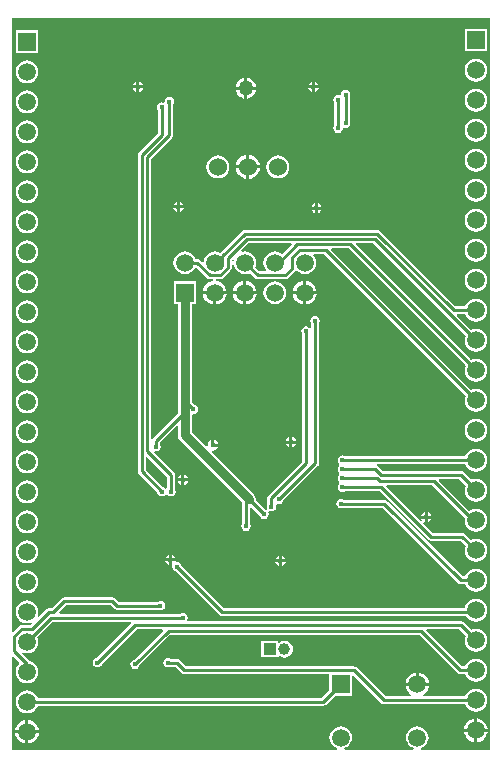
<source format=gbl>
G04*
G04 #@! TF.GenerationSoftware,Altium Limited,Altium Designer,18.0.12 (696)*
G04*
G04 Layer_Physical_Order=2*
G04 Layer_Color=16711680*
%FSLAX25Y25*%
%MOIN*%
G70*
G01*
G75*
%ADD12C,0.01000*%
%ADD45C,0.03000*%
%ADD46C,0.05906*%
%ADD47R,0.05906X0.05906*%
%ADD48C,0.06000*%
%ADD49C,0.03937*%
%ADD50R,0.03937X0.03937*%
%ADD51R,0.05906X0.05906*%
%ADD52C,0.01500*%
%ADD53C,0.05000*%
G36*
X306000Y118000D02*
X282977D01*
X282877Y118500D01*
X283537Y118773D01*
X284321Y119375D01*
X284922Y120159D01*
X285300Y121072D01*
X285429Y122051D01*
X285300Y123031D01*
X284922Y123944D01*
X284321Y124728D01*
X283537Y125329D01*
X282624Y125707D01*
X281644Y125836D01*
X280664Y125707D01*
X279751Y125329D01*
X278968Y124728D01*
X278366Y123944D01*
X277988Y123031D01*
X277859Y122051D01*
X277988Y121072D01*
X278366Y120159D01*
X278968Y119375D01*
X279751Y118773D01*
X280411Y118500D01*
X280311Y118000D01*
X257386D01*
X257287Y118500D01*
X257946Y118773D01*
X258730Y119375D01*
X259332Y120159D01*
X259710Y121072D01*
X259839Y122051D01*
X259710Y123031D01*
X259332Y123944D01*
X258730Y124728D01*
X257946Y125329D01*
X257033Y125707D01*
X256053Y125836D01*
X255074Y125707D01*
X254161Y125329D01*
X253377Y124728D01*
X252776Y123944D01*
X252397Y123031D01*
X252268Y122051D01*
X252397Y121072D01*
X252776Y120159D01*
X253377Y119375D01*
X254161Y118773D01*
X254820Y118500D01*
X254721Y118000D01*
X146500D01*
Y148972D01*
X146962Y149164D01*
X148909Y147216D01*
X148877Y146717D01*
X148823Y146677D01*
X148222Y145893D01*
X147844Y144980D01*
X147715Y144000D01*
X147844Y143020D01*
X148222Y142107D01*
X148823Y141323D01*
X149607Y140722D01*
X150520Y140344D01*
X151500Y140215D01*
X152480Y140344D01*
X153393Y140722D01*
X154176Y141323D01*
X154778Y142107D01*
X155156Y143020D01*
X155285Y144000D01*
X155156Y144980D01*
X154778Y145893D01*
X154176Y146677D01*
X153393Y147278D01*
X152480Y147656D01*
X152179Y147696D01*
X149755Y150120D01*
X150038Y150544D01*
X150520Y150344D01*
X151500Y150215D01*
X152480Y150344D01*
X153393Y150722D01*
X154176Y151323D01*
X154778Y152107D01*
X155156Y153020D01*
X155285Y154000D01*
X155156Y154980D01*
X154921Y155547D01*
X160049Y160675D01*
X186057D01*
X186264Y160175D01*
X174597Y148507D01*
X174359Y148460D01*
X173846Y148117D01*
X173504Y147605D01*
X173383Y147000D01*
X173504Y146395D01*
X173846Y145882D01*
X174359Y145540D01*
X174964Y145420D01*
X175568Y145540D01*
X176081Y145882D01*
X176424Y146395D01*
X176471Y146633D01*
X188013Y158175D01*
X196647D01*
X196838Y157713D01*
X187133Y148007D01*
X186895Y147960D01*
X186382Y147617D01*
X186040Y147105D01*
X185920Y146500D01*
X186040Y145895D01*
X186382Y145382D01*
X186895Y145040D01*
X187500Y144920D01*
X188105Y145040D01*
X188618Y145382D01*
X188960Y145895D01*
X189007Y146133D01*
X199249Y156375D01*
X282251D01*
X295049Y143577D01*
X295479Y143290D01*
X295986Y143189D01*
X297643D01*
X297878Y142622D01*
X298479Y141838D01*
X299263Y141236D01*
X300176Y140858D01*
X301156Y140729D01*
X302136Y140858D01*
X303048Y141236D01*
X303832Y141838D01*
X304434Y142622D01*
X304812Y143535D01*
X304941Y144514D01*
X304812Y145494D01*
X304434Y146407D01*
X303832Y147191D01*
X303048Y147792D01*
X302136Y148170D01*
X301156Y148299D01*
X300176Y148170D01*
X299263Y147792D01*
X298479Y147191D01*
X297878Y146407D01*
X297643Y145840D01*
X296535D01*
X284662Y157713D01*
X284853Y158175D01*
X295621D01*
X297735Y156061D01*
X297500Y155494D01*
X297371Y154514D01*
X297500Y153534D01*
X297878Y152622D01*
X298479Y151838D01*
X299263Y151236D01*
X300176Y150858D01*
X301156Y150729D01*
X302136Y150858D01*
X303048Y151236D01*
X303832Y151838D01*
X304434Y152622D01*
X304812Y153534D01*
X304941Y154514D01*
X304812Y155494D01*
X304434Y156407D01*
X303832Y157191D01*
X303048Y157792D01*
X302136Y158170D01*
X301156Y158299D01*
X300176Y158170D01*
X299609Y157935D01*
X297107Y160437D01*
X296677Y160725D01*
X296170Y160826D01*
X205181D01*
X204913Y161326D01*
X204960Y161395D01*
X205080Y162000D01*
X204960Y162605D01*
X204618Y163118D01*
X204105Y163460D01*
X203500Y163580D01*
X202895Y163460D01*
X202694Y163326D01*
X162353D01*
X162162Y163787D01*
X164549Y166174D01*
X179451D01*
X180563Y165063D01*
X180993Y164775D01*
X181500Y164674D01*
X195194D01*
X195395Y164540D01*
X196000Y164420D01*
X196605Y164540D01*
X197117Y164883D01*
X197460Y165395D01*
X197580Y166000D01*
X197460Y166605D01*
X197117Y167118D01*
X196605Y167460D01*
X196000Y167580D01*
X195395Y167460D01*
X195194Y167325D01*
X182049D01*
X180937Y168437D01*
X180507Y168725D01*
X180000Y168825D01*
X164000D01*
X163493Y168725D01*
X163063Y168437D01*
X159751Y165126D01*
X158754D01*
X158247Y165025D01*
X157817Y164737D01*
X155412Y162332D01*
X154989Y162616D01*
X155156Y163020D01*
X155285Y164000D01*
X155156Y164980D01*
X154778Y165893D01*
X154176Y166676D01*
X153393Y167278D01*
X152480Y167656D01*
X151500Y167785D01*
X150520Y167656D01*
X149607Y167278D01*
X148823Y166676D01*
X148222Y165893D01*
X147844Y164980D01*
X147715Y164000D01*
X147844Y163020D01*
X148222Y162107D01*
X148823Y161323D01*
X149607Y160722D01*
X150520Y160344D01*
X151500Y160215D01*
X152480Y160344D01*
X152884Y160511D01*
X153167Y160088D01*
X152658Y159578D01*
X149738D01*
X149231Y159477D01*
X148801Y159190D01*
X146962Y157351D01*
X146500Y157542D01*
Y362000D01*
X306000D01*
Y118000D01*
D02*
G37*
%LPC*%
G36*
X304909Y358267D02*
X297403D01*
Y350761D01*
X304909D01*
Y358267D01*
D02*
G37*
G36*
X155253Y357753D02*
X147747D01*
Y350247D01*
X155253D01*
Y357753D01*
D02*
G37*
G36*
X301156Y348299D02*
X300176Y348170D01*
X299263Y347792D01*
X298479Y347191D01*
X297878Y346407D01*
X297500Y345494D01*
X297371Y344514D01*
X297500Y343534D01*
X297878Y342622D01*
X298479Y341838D01*
X299263Y341236D01*
X300176Y340858D01*
X301156Y340729D01*
X302136Y340858D01*
X303048Y341236D01*
X303832Y341838D01*
X304434Y342622D01*
X304812Y343534D01*
X304941Y344514D01*
X304812Y345494D01*
X304434Y346407D01*
X303832Y347191D01*
X303048Y347792D01*
X302136Y348170D01*
X301156Y348299D01*
D02*
G37*
G36*
X151500Y347785D02*
X150520Y347656D01*
X149607Y347278D01*
X148823Y346676D01*
X148222Y345893D01*
X147844Y344980D01*
X147715Y344000D01*
X147844Y343020D01*
X148222Y342107D01*
X148823Y341323D01*
X149607Y340722D01*
X150520Y340344D01*
X151500Y340215D01*
X152480Y340344D01*
X153393Y340722D01*
X154176Y341323D01*
X154778Y342107D01*
X155156Y343020D01*
X155285Y344000D01*
X155156Y344980D01*
X154778Y345893D01*
X154176Y346676D01*
X153393Y347278D01*
X152480Y347656D01*
X151500Y347785D01*
D02*
G37*
G36*
X247500Y340685D02*
Y339500D01*
X248685D01*
X248649Y339683D01*
X248262Y340262D01*
X247683Y340649D01*
X247500Y340685D01*
D02*
G37*
G36*
X246500D02*
X246317Y340649D01*
X245738Y340262D01*
X245352Y339683D01*
X245315Y339500D01*
X246500D01*
Y340685D01*
D02*
G37*
G36*
X189000D02*
Y339500D01*
X190185D01*
X190148Y339683D01*
X189762Y340262D01*
X189183Y340649D01*
X189000Y340685D01*
D02*
G37*
G36*
X188000D02*
X187817Y340649D01*
X187238Y340262D01*
X186852Y339683D01*
X186815Y339500D01*
X188000D01*
Y340685D01*
D02*
G37*
G36*
X225000Y341964D02*
Y339000D01*
X227964D01*
X227910Y339414D01*
X227557Y340265D01*
X226996Y340996D01*
X226265Y341557D01*
X225414Y341910D01*
X225000Y341964D01*
D02*
G37*
G36*
X224000D02*
X223586Y341910D01*
X222735Y341557D01*
X222004Y340996D01*
X221443Y340265D01*
X221090Y339414D01*
X221036Y339000D01*
X224000D01*
Y341964D01*
D02*
G37*
G36*
X248685Y338500D02*
X247500D01*
Y337315D01*
X247683Y337351D01*
X248262Y337738D01*
X248649Y338317D01*
X248685Y338500D01*
D02*
G37*
G36*
X246500D02*
X245315D01*
X245352Y338317D01*
X245738Y337738D01*
X246317Y337351D01*
X246500Y337315D01*
Y338500D01*
D02*
G37*
G36*
X190185D02*
X189000D01*
Y337315D01*
X189183Y337351D01*
X189762Y337738D01*
X190148Y338317D01*
X190185Y338500D01*
D02*
G37*
G36*
X188000D02*
X186815D01*
X186852Y338317D01*
X187238Y337738D01*
X187817Y337351D01*
X188000Y337315D01*
Y338500D01*
D02*
G37*
G36*
X257715Y337865D02*
X257110Y337745D01*
X256597Y337403D01*
X256255Y336890D01*
X256167Y336446D01*
X255868Y336203D01*
X255654Y336137D01*
X255156Y336236D01*
X254551Y336116D01*
X254038Y335773D01*
X253696Y335261D01*
X253575Y334656D01*
X253696Y334051D01*
X253830Y333850D01*
Y325962D01*
X253696Y325761D01*
X253575Y325156D01*
X253696Y324551D01*
X254038Y324038D01*
X254551Y323696D01*
X255156Y323575D01*
X255761Y323696D01*
X256273Y324038D01*
X256616Y324551D01*
X256704Y324995D01*
X257003Y325238D01*
X257217Y325304D01*
X257715Y325205D01*
X258320Y325325D01*
X258833Y325668D01*
X259175Y326180D01*
X259295Y326785D01*
X259175Y327390D01*
X259040Y327591D01*
Y335479D01*
X259175Y335680D01*
X259295Y336285D01*
X259175Y336890D01*
X258833Y337403D01*
X258320Y337745D01*
X257715Y337865D01*
D02*
G37*
G36*
X227964Y338000D02*
X225000D01*
Y335036D01*
X225414Y335090D01*
X226265Y335443D01*
X226996Y336004D01*
X227557Y336735D01*
X227910Y337586D01*
X227964Y338000D01*
D02*
G37*
G36*
X224000D02*
X221036D01*
X221090Y337586D01*
X221443Y336735D01*
X222004Y336004D01*
X222735Y335443D01*
X223586Y335090D01*
X224000Y335036D01*
Y338000D01*
D02*
G37*
G36*
X199000Y335580D02*
X198395Y335460D01*
X197882Y335118D01*
X197540Y334605D01*
X197420Y334000D01*
X197442Y333886D01*
X196992Y333585D01*
X196954Y333611D01*
X196349Y333732D01*
X195744Y333611D01*
X195231Y333269D01*
X194889Y332756D01*
X194769Y332151D01*
X194889Y331546D01*
X195023Y331345D01*
Y323443D01*
X188763Y317183D01*
X188475Y316753D01*
X188374Y316246D01*
Y210800D01*
X188475Y210293D01*
X188763Y209863D01*
X194993Y203633D01*
X195040Y203395D01*
X195382Y202883D01*
X195895Y202540D01*
X196500Y202420D01*
X197105Y202540D01*
X197617Y202883D01*
X197699Y203005D01*
X198301D01*
X198382Y202883D01*
X198895Y202540D01*
X199500Y202420D01*
X200105Y202540D01*
X200618Y202883D01*
X200960Y203395D01*
X201080Y204000D01*
X200960Y204605D01*
X200826Y204806D01*
Y209500D01*
X200725Y210007D01*
X200437Y210437D01*
X193832Y217043D01*
X194078Y217504D01*
X194500Y217420D01*
X195105Y217540D01*
X195617Y217882D01*
X195960Y218395D01*
X196080Y219000D01*
X195960Y219605D01*
X195826Y219806D01*
Y220451D01*
X201299Y225925D01*
X201761Y225733D01*
Y222894D01*
X201940Y221996D01*
X202448Y221235D01*
X223176Y200507D01*
X223175Y200500D01*
Y193306D01*
X223040Y193105D01*
X222920Y192500D01*
X223040Y191895D01*
X223382Y191383D01*
X223895Y191040D01*
X224500Y190920D01*
X225105Y191040D01*
X225618Y191383D01*
X225960Y191895D01*
X226080Y192500D01*
X225960Y193105D01*
X225826Y193306D01*
Y198593D01*
X226325Y198800D01*
X228993Y196133D01*
X229040Y195895D01*
X229382Y195382D01*
X229895Y195040D01*
X230500Y194920D01*
X231105Y195040D01*
X231617Y195382D01*
X231960Y195895D01*
X232080Y196500D01*
X231960Y197105D01*
X231810Y197330D01*
X232170Y197690D01*
X232395Y197540D01*
X233000Y197420D01*
X233605Y197540D01*
X234118Y197882D01*
X234460Y198395D01*
X234580Y199000D01*
X234460Y199605D01*
X234762Y200053D01*
X234825Y200086D01*
X234895Y200040D01*
X235500Y199920D01*
X236105Y200040D01*
X236617Y200382D01*
X236960Y200895D01*
X237007Y201133D01*
X248437Y212563D01*
X248725Y212993D01*
X248826Y213500D01*
Y260194D01*
X248960Y260395D01*
X249080Y261000D01*
X248960Y261605D01*
X248618Y262118D01*
X248105Y262460D01*
X247500Y262580D01*
X246895Y262460D01*
X246382Y262118D01*
X246040Y261605D01*
X245920Y261000D01*
X246040Y260395D01*
X246175Y260194D01*
Y258684D01*
X245674Y258532D01*
X245618Y258617D01*
X245105Y258960D01*
X244500Y259080D01*
X243895Y258960D01*
X243383Y258617D01*
X243040Y258105D01*
X242920Y257500D01*
X243040Y256895D01*
X243175Y256694D01*
Y214049D01*
X232063Y202937D01*
X231775Y202507D01*
X231675Y202000D01*
Y199806D01*
X231540Y199605D01*
X231420Y199000D01*
X231540Y198395D01*
X231690Y198170D01*
X231330Y197810D01*
X231105Y197960D01*
X230867Y198007D01*
X227767Y201108D01*
X227845Y201500D01*
X227667Y202397D01*
X227158Y203158D01*
X213014Y217303D01*
X213260Y217763D01*
X213500Y217716D01*
X214183Y217851D01*
X214762Y218238D01*
X215148Y218817D01*
X215185Y219000D01*
X213500D01*
Y219500D01*
X213000D01*
Y221185D01*
X212817Y221148D01*
X212238Y220762D01*
X211852Y220183D01*
X211716Y219500D01*
X211763Y219260D01*
X211303Y219014D01*
X206451Y223865D01*
Y229635D01*
X206838Y229952D01*
X207000Y229920D01*
X207605Y230040D01*
X208118Y230382D01*
X208460Y230895D01*
X208580Y231500D01*
X208460Y232105D01*
X208118Y232617D01*
X207605Y232960D01*
X207367Y233007D01*
X206451Y233923D01*
Y234394D01*
Y266594D01*
X207859D01*
Y274099D01*
X200354D01*
Y266594D01*
X201761D01*
Y234394D01*
Y230136D01*
X193563Y221937D01*
X193325Y221582D01*
X193006Y221602D01*
X192825Y221665D01*
Y314951D01*
X199937Y322063D01*
X200225Y322493D01*
X200325Y323000D01*
Y333194D01*
X200460Y333395D01*
X200580Y334000D01*
X200460Y334605D01*
X200117Y335118D01*
X199605Y335460D01*
X199000Y335580D01*
D02*
G37*
G36*
X301156Y338299D02*
X300176Y338170D01*
X299263Y337792D01*
X298479Y337191D01*
X297878Y336407D01*
X297500Y335494D01*
X297371Y334514D01*
X297500Y333535D01*
X297878Y332622D01*
X298479Y331838D01*
X299263Y331236D01*
X300176Y330858D01*
X301156Y330729D01*
X302136Y330858D01*
X303048Y331236D01*
X303832Y331838D01*
X304434Y332622D01*
X304812Y333535D01*
X304941Y334514D01*
X304812Y335494D01*
X304434Y336407D01*
X303832Y337191D01*
X303048Y337792D01*
X302136Y338170D01*
X301156Y338299D01*
D02*
G37*
G36*
X151500Y337785D02*
X150520Y337656D01*
X149607Y337278D01*
X148823Y336677D01*
X148222Y335893D01*
X147844Y334980D01*
X147715Y334000D01*
X147844Y333020D01*
X148222Y332107D01*
X148823Y331324D01*
X149607Y330722D01*
X150520Y330344D01*
X151500Y330215D01*
X152480Y330344D01*
X153393Y330722D01*
X154176Y331324D01*
X154778Y332107D01*
X155156Y333020D01*
X155285Y334000D01*
X155156Y334980D01*
X154778Y335893D01*
X154176Y336677D01*
X153393Y337278D01*
X152480Y337656D01*
X151500Y337785D01*
D02*
G37*
G36*
X301156Y328299D02*
X300176Y328170D01*
X299263Y327792D01*
X298479Y327191D01*
X297878Y326407D01*
X297500Y325494D01*
X297371Y324514D01*
X297500Y323534D01*
X297878Y322622D01*
X298479Y321838D01*
X299263Y321236D01*
X300176Y320858D01*
X301156Y320729D01*
X302136Y320858D01*
X303048Y321236D01*
X303832Y321838D01*
X304434Y322622D01*
X304812Y323534D01*
X304941Y324514D01*
X304812Y325494D01*
X304434Y326407D01*
X303832Y327191D01*
X303048Y327792D01*
X302136Y328170D01*
X301156Y328299D01*
D02*
G37*
G36*
X151500Y327785D02*
X150520Y327656D01*
X149607Y327278D01*
X148823Y326677D01*
X148222Y325893D01*
X147844Y324980D01*
X147715Y324000D01*
X147844Y323020D01*
X148222Y322107D01*
X148823Y321323D01*
X149607Y320722D01*
X150520Y320344D01*
X151500Y320215D01*
X152480Y320344D01*
X153393Y320722D01*
X154176Y321323D01*
X154778Y322107D01*
X155156Y323020D01*
X155285Y324000D01*
X155156Y324980D01*
X154778Y325893D01*
X154176Y326677D01*
X153393Y327278D01*
X152480Y327656D01*
X151500Y327785D01*
D02*
G37*
G36*
X225656Y316241D02*
Y312772D01*
X229125D01*
X229053Y313316D01*
X228650Y314290D01*
X228009Y315125D01*
X227173Y315766D01*
X226200Y316169D01*
X225656Y316241D01*
D02*
G37*
G36*
X224656D02*
X224112Y316169D01*
X223139Y315766D01*
X222303Y315125D01*
X221662Y314290D01*
X221259Y313316D01*
X221187Y312772D01*
X224656D01*
Y316241D01*
D02*
G37*
G36*
X301156Y318299D02*
X300176Y318170D01*
X299263Y317792D01*
X298479Y317191D01*
X297878Y316407D01*
X297500Y315494D01*
X297371Y314514D01*
X297500Y313534D01*
X297878Y312622D01*
X298479Y311838D01*
X299263Y311236D01*
X300176Y310858D01*
X301156Y310729D01*
X302136Y310858D01*
X303048Y311236D01*
X303832Y311838D01*
X304434Y312622D01*
X304812Y313534D01*
X304941Y314514D01*
X304812Y315494D01*
X304434Y316407D01*
X303832Y317191D01*
X303048Y317792D01*
X302136Y318170D01*
X301156Y318299D01*
D02*
G37*
G36*
X151500Y317785D02*
X150520Y317656D01*
X149607Y317278D01*
X148823Y316676D01*
X148222Y315893D01*
X147844Y314980D01*
X147715Y314000D01*
X147844Y313020D01*
X148222Y312107D01*
X148823Y311323D01*
X149607Y310722D01*
X150520Y310344D01*
X151500Y310215D01*
X152480Y310344D01*
X153393Y310722D01*
X154176Y311323D01*
X154778Y312107D01*
X155156Y313020D01*
X155285Y314000D01*
X155156Y314980D01*
X154778Y315893D01*
X154176Y316676D01*
X153393Y317278D01*
X152480Y317656D01*
X151500Y317785D01*
D02*
G37*
G36*
X235156Y316105D02*
X234164Y315974D01*
X233240Y315592D01*
X232446Y314983D01*
X231837Y314189D01*
X231454Y313264D01*
X231323Y312272D01*
X231454Y311280D01*
X231837Y310356D01*
X232446Y309562D01*
X233240Y308953D01*
X234164Y308570D01*
X235156Y308439D01*
X236148Y308570D01*
X237072Y308953D01*
X237866Y309562D01*
X238475Y310356D01*
X238858Y311280D01*
X238989Y312272D01*
X238858Y313264D01*
X238475Y314189D01*
X237866Y314983D01*
X237072Y315592D01*
X236148Y315974D01*
X235156Y316105D01*
D02*
G37*
G36*
X215156D02*
X214164Y315974D01*
X213240Y315592D01*
X212446Y314983D01*
X211837Y314189D01*
X211454Y313264D01*
X211323Y312272D01*
X211454Y311280D01*
X211837Y310356D01*
X212446Y309562D01*
X213240Y308953D01*
X214164Y308570D01*
X215156Y308439D01*
X216148Y308570D01*
X217072Y308953D01*
X217866Y309562D01*
X218475Y310356D01*
X218858Y311280D01*
X218989Y312272D01*
X218858Y313264D01*
X218475Y314189D01*
X217866Y314983D01*
X217072Y315592D01*
X216148Y315974D01*
X215156Y316105D01*
D02*
G37*
G36*
X229125Y311772D02*
X225656D01*
Y308304D01*
X226200Y308375D01*
X227173Y308778D01*
X228009Y309419D01*
X228650Y310255D01*
X229053Y311228D01*
X229125Y311772D01*
D02*
G37*
G36*
X224656D02*
X221187D01*
X221259Y311228D01*
X221662Y310255D01*
X222303Y309419D01*
X223139Y308778D01*
X224112Y308375D01*
X224656Y308304D01*
Y311772D01*
D02*
G37*
G36*
X301156Y308299D02*
X300176Y308170D01*
X299263Y307792D01*
X298479Y307191D01*
X297878Y306407D01*
X297500Y305494D01*
X297371Y304514D01*
X297500Y303535D01*
X297878Y302622D01*
X298479Y301838D01*
X299263Y301236D01*
X300176Y300858D01*
X301156Y300729D01*
X302136Y300858D01*
X303048Y301236D01*
X303832Y301838D01*
X304434Y302622D01*
X304812Y303535D01*
X304941Y304514D01*
X304812Y305494D01*
X304434Y306407D01*
X303832Y307191D01*
X303048Y307792D01*
X302136Y308170D01*
X301156Y308299D01*
D02*
G37*
G36*
X151500Y307785D02*
X150520Y307656D01*
X149607Y307278D01*
X148823Y306677D01*
X148222Y305893D01*
X147844Y304980D01*
X147715Y304000D01*
X147844Y303020D01*
X148222Y302107D01*
X148823Y301324D01*
X149607Y300722D01*
X150520Y300344D01*
X151500Y300215D01*
X152480Y300344D01*
X153393Y300722D01*
X154176Y301324D01*
X154778Y302107D01*
X155156Y303020D01*
X155285Y304000D01*
X155156Y304980D01*
X154778Y305893D01*
X154176Y306677D01*
X153393Y307278D01*
X152480Y307656D01*
X151500Y307785D01*
D02*
G37*
G36*
X202500Y300685D02*
Y299500D01*
X203685D01*
X203648Y299683D01*
X203262Y300262D01*
X202683Y300648D01*
X202500Y300685D01*
D02*
G37*
G36*
X201500D02*
X201317Y300648D01*
X200738Y300262D01*
X200352Y299683D01*
X200315Y299500D01*
X201500D01*
Y300685D01*
D02*
G37*
G36*
X248500Y300185D02*
Y299000D01*
X249685D01*
X249648Y299183D01*
X249262Y299762D01*
X248683Y300149D01*
X248500Y300185D01*
D02*
G37*
G36*
X247500D02*
X247317Y300149D01*
X246738Y299762D01*
X246352Y299183D01*
X246315Y299000D01*
X247500D01*
Y300185D01*
D02*
G37*
G36*
X203685Y298500D02*
X202500D01*
Y297315D01*
X202683Y297352D01*
X203262Y297738D01*
X203648Y298317D01*
X203685Y298500D01*
D02*
G37*
G36*
X201500D02*
X200315D01*
X200352Y298317D01*
X200738Y297738D01*
X201317Y297352D01*
X201500Y297315D01*
Y298500D01*
D02*
G37*
G36*
X249685Y298000D02*
X248500D01*
Y296815D01*
X248683Y296851D01*
X249262Y297238D01*
X249648Y297817D01*
X249685Y298000D01*
D02*
G37*
G36*
X247500D02*
X246315D01*
X246352Y297817D01*
X246738Y297238D01*
X247317Y296851D01*
X247500Y296815D01*
Y298000D01*
D02*
G37*
G36*
X301156Y298299D02*
X300176Y298170D01*
X299263Y297792D01*
X298479Y297191D01*
X297878Y296407D01*
X297500Y295494D01*
X297371Y294514D01*
X297500Y293534D01*
X297878Y292622D01*
X298479Y291838D01*
X299263Y291236D01*
X300176Y290858D01*
X301156Y290729D01*
X302136Y290858D01*
X303048Y291236D01*
X303832Y291838D01*
X304434Y292622D01*
X304812Y293534D01*
X304941Y294514D01*
X304812Y295494D01*
X304434Y296407D01*
X303832Y297191D01*
X303048Y297792D01*
X302136Y298170D01*
X301156Y298299D01*
D02*
G37*
G36*
X151500Y297785D02*
X150520Y297656D01*
X149607Y297278D01*
X148823Y296676D01*
X148222Y295893D01*
X147844Y294980D01*
X147715Y294000D01*
X147844Y293020D01*
X148222Y292107D01*
X148823Y291323D01*
X149607Y290722D01*
X150520Y290344D01*
X151500Y290215D01*
X152480Y290344D01*
X153393Y290722D01*
X154176Y291323D01*
X154778Y292107D01*
X155156Y293020D01*
X155285Y294000D01*
X155156Y294980D01*
X154778Y295893D01*
X154176Y296676D01*
X153393Y297278D01*
X152480Y297656D01*
X151500Y297785D01*
D02*
G37*
G36*
X301156Y288299D02*
X300176Y288170D01*
X299263Y287792D01*
X298479Y287191D01*
X297878Y286407D01*
X297500Y285494D01*
X297371Y284514D01*
X297500Y283535D01*
X297878Y282622D01*
X298479Y281838D01*
X299263Y281236D01*
X300176Y280858D01*
X301156Y280729D01*
X302136Y280858D01*
X303048Y281236D01*
X303832Y281838D01*
X304434Y282622D01*
X304812Y283535D01*
X304941Y284514D01*
X304812Y285494D01*
X304434Y286407D01*
X303832Y287191D01*
X303048Y287792D01*
X302136Y288170D01*
X301156Y288299D01*
D02*
G37*
G36*
X151500Y287785D02*
X150520Y287656D01*
X149607Y287278D01*
X148823Y286677D01*
X148222Y285893D01*
X147844Y284980D01*
X147715Y284000D01*
X147844Y283020D01*
X148222Y282107D01*
X148823Y281324D01*
X149607Y280722D01*
X150520Y280344D01*
X151500Y280215D01*
X152480Y280344D01*
X153393Y280722D01*
X154176Y281324D01*
X154778Y282107D01*
X155156Y283020D01*
X155285Y284000D01*
X155156Y284980D01*
X154778Y285893D01*
X154176Y286677D01*
X153393Y287278D01*
X152480Y287656D01*
X151500Y287785D01*
D02*
G37*
G36*
X244606Y274268D02*
Y270847D01*
X248027D01*
X247957Y271378D01*
X247559Y272340D01*
X246925Y273166D01*
X246100Y273799D01*
X245138Y274198D01*
X244606Y274268D01*
D02*
G37*
G36*
X243606D02*
X243074Y274198D01*
X242113Y273799D01*
X241287Y273166D01*
X240654Y272340D01*
X240255Y271378D01*
X240185Y270847D01*
X243606D01*
Y274268D01*
D02*
G37*
G36*
X224606D02*
Y270847D01*
X228027D01*
X227957Y271378D01*
X227559Y272340D01*
X226925Y273166D01*
X226100Y273799D01*
X225138Y274198D01*
X224606Y274268D01*
D02*
G37*
G36*
X223606D02*
X223075Y274198D01*
X222113Y273799D01*
X221287Y273166D01*
X220654Y272340D01*
X220255Y271378D01*
X220185Y270847D01*
X223606D01*
Y274268D01*
D02*
G37*
G36*
X301156Y278299D02*
X300176Y278170D01*
X299263Y277792D01*
X298479Y277191D01*
X297878Y276407D01*
X297500Y275494D01*
X297371Y274514D01*
X297500Y273534D01*
X297878Y272622D01*
X298479Y271838D01*
X299263Y271236D01*
X300176Y270858D01*
X301156Y270729D01*
X302136Y270858D01*
X303048Y271236D01*
X303832Y271838D01*
X304434Y272622D01*
X304812Y273534D01*
X304941Y274514D01*
X304812Y275494D01*
X304434Y276407D01*
X303832Y277191D01*
X303048Y277792D01*
X302136Y278170D01*
X301156Y278299D01*
D02*
G37*
G36*
X151500Y277785D02*
X150520Y277656D01*
X149607Y277278D01*
X148823Y276677D01*
X148222Y275893D01*
X147844Y274980D01*
X147715Y274000D01*
X147844Y273020D01*
X148222Y272107D01*
X148823Y271323D01*
X149607Y270722D01*
X150520Y270344D01*
X151500Y270215D01*
X152480Y270344D01*
X153393Y270722D01*
X154176Y271323D01*
X154778Y272107D01*
X155156Y273020D01*
X155285Y274000D01*
X155156Y274980D01*
X154778Y275893D01*
X154176Y276677D01*
X153393Y277278D01*
X152480Y277656D01*
X151500Y277785D01*
D02*
G37*
G36*
X234106Y274132D02*
X233127Y274003D01*
X232214Y273624D01*
X231430Y273023D01*
X230828Y272239D01*
X230450Y271326D01*
X230321Y270346D01*
X230450Y269367D01*
X230828Y268454D01*
X231430Y267670D01*
X232214Y267068D01*
X233127Y266690D01*
X234106Y266561D01*
X235086Y266690D01*
X235999Y267068D01*
X236783Y267670D01*
X237384Y268454D01*
X237762Y269367D01*
X237892Y270346D01*
X237762Y271326D01*
X237384Y272239D01*
X236783Y273023D01*
X235999Y273624D01*
X235086Y274003D01*
X234106Y274132D01*
D02*
G37*
G36*
X248027Y269847D02*
X244606D01*
Y266425D01*
X245138Y266495D01*
X246100Y266894D01*
X246925Y267527D01*
X247559Y268353D01*
X247957Y269315D01*
X248027Y269847D01*
D02*
G37*
G36*
X243606D02*
X240185D01*
X240255Y269315D01*
X240654Y268353D01*
X241287Y267527D01*
X242113Y266894D01*
X243074Y266495D01*
X243606Y266425D01*
Y269847D01*
D02*
G37*
G36*
X228027D02*
X224606D01*
Y266425D01*
X225138Y266495D01*
X226100Y266894D01*
X226925Y267527D01*
X227559Y268353D01*
X227957Y269315D01*
X228027Y269847D01*
D02*
G37*
G36*
X223606D02*
X220185D01*
X220255Y269315D01*
X220654Y268353D01*
X221287Y267527D01*
X222113Y266894D01*
X223075Y266495D01*
X223606Y266425D01*
Y269847D01*
D02*
G37*
G36*
X218027D02*
X214606D01*
Y266425D01*
X215138Y266495D01*
X216100Y266894D01*
X216926Y267527D01*
X217559Y268353D01*
X217957Y269315D01*
X218027Y269847D01*
D02*
G37*
G36*
X213606D02*
X210185D01*
X210255Y269315D01*
X210654Y268353D01*
X211287Y267527D01*
X212113Y266894D01*
X213074Y266495D01*
X213606Y266425D01*
Y269847D01*
D02*
G37*
G36*
X268216Y291325D02*
X224053D01*
X223546Y291224D01*
X223116Y290936D01*
X215861Y283682D01*
X215086Y284003D01*
X214106Y284132D01*
X213127Y284003D01*
X212214Y283625D01*
X211430Y283023D01*
X210828Y282239D01*
X210450Y281326D01*
X210362Y280658D01*
X209834Y280479D01*
X209029Y281284D01*
X208599Y281571D01*
X208092Y281672D01*
X207619D01*
X207384Y282239D01*
X206783Y283023D01*
X205999Y283625D01*
X205086Y284003D01*
X204106Y284132D01*
X203127Y284003D01*
X202214Y283625D01*
X201430Y283023D01*
X200828Y282239D01*
X200450Y281326D01*
X200321Y280346D01*
X200450Y279367D01*
X200828Y278454D01*
X201430Y277670D01*
X202214Y277068D01*
X203127Y276690D01*
X204106Y276561D01*
X205086Y276690D01*
X205999Y277068D01*
X206783Y277670D01*
X207384Y278454D01*
X207425Y278551D01*
X207915Y278649D01*
X211407Y275156D01*
X211838Y274869D01*
X212345Y274768D01*
X213579D01*
X213612Y274268D01*
X213074Y274198D01*
X212113Y273799D01*
X211287Y273166D01*
X210654Y272340D01*
X210255Y271378D01*
X210185Y270847D01*
X218027D01*
X217957Y271378D01*
X217559Y272340D01*
X216926Y273166D01*
X216100Y273799D01*
X215138Y274198D01*
X214601Y274268D01*
X214633Y274768D01*
X215868D01*
X216375Y274869D01*
X216805Y275156D01*
X219296Y277648D01*
X219584Y278078D01*
X219685Y278585D01*
Y281165D01*
X220001Y281421D01*
X220429Y281168D01*
X220321Y280346D01*
X220450Y279367D01*
X220828Y278454D01*
X221430Y277670D01*
X222214Y277068D01*
X223127Y276690D01*
X224106Y276561D01*
X225086Y276690D01*
X225653Y276925D01*
X227422Y275156D01*
X227852Y274869D01*
X228359Y274768D01*
X237594D01*
X238101Y274869D01*
X238531Y275156D01*
X240791Y277416D01*
X240885Y277558D01*
X241237Y277630D01*
X241503Y277614D01*
X242214Y277068D01*
X243127Y276690D01*
X244106Y276561D01*
X245086Y276690D01*
X245999Y277068D01*
X246783Y277670D01*
X247384Y278454D01*
X247762Y279367D01*
X247891Y280346D01*
X247762Y281326D01*
X247384Y282239D01*
X246974Y282774D01*
X247221Y283274D01*
X250522D01*
X297735Y236061D01*
X297500Y235494D01*
X297371Y234514D01*
X297500Y233535D01*
X297878Y232622D01*
X298479Y231838D01*
X299263Y231236D01*
X300176Y230858D01*
X301156Y230729D01*
X302136Y230858D01*
X303048Y231236D01*
X303832Y231838D01*
X304434Y232622D01*
X304812Y233535D01*
X304941Y234514D01*
X304812Y235494D01*
X304434Y236407D01*
X303832Y237191D01*
X303048Y237792D01*
X302136Y238170D01*
X301156Y238299D01*
X300176Y238170D01*
X299609Y237935D01*
X252933Y284612D01*
X253124Y285074D01*
X258722D01*
X297735Y246061D01*
X297500Y245494D01*
X297371Y244514D01*
X297500Y243534D01*
X297878Y242622D01*
X298479Y241838D01*
X299263Y241236D01*
X300176Y240858D01*
X301156Y240729D01*
X302136Y240858D01*
X303048Y241236D01*
X303832Y241838D01*
X304434Y242622D01*
X304812Y243534D01*
X304941Y244514D01*
X304812Y245494D01*
X304434Y246407D01*
X303832Y247191D01*
X303048Y247792D01*
X302136Y248170D01*
X301156Y248299D01*
X300176Y248170D01*
X299609Y247935D01*
X261133Y286412D01*
X261324Y286874D01*
X266922D01*
X297735Y256061D01*
X297500Y255494D01*
X297371Y254514D01*
X297500Y253535D01*
X297878Y252622D01*
X298479Y251838D01*
X299263Y251236D01*
X300176Y250858D01*
X301156Y250729D01*
X302136Y250858D01*
X303048Y251236D01*
X303832Y251838D01*
X304434Y252622D01*
X304812Y253535D01*
X304941Y254514D01*
X304812Y255494D01*
X304434Y256407D01*
X303832Y257191D01*
X303048Y257792D01*
X302136Y258170D01*
X301156Y258299D01*
X300176Y258170D01*
X299609Y257935D01*
X294818Y262727D01*
X295009Y263189D01*
X297643D01*
X297878Y262622D01*
X298479Y261838D01*
X299263Y261236D01*
X300176Y260858D01*
X301156Y260729D01*
X302136Y260858D01*
X303048Y261236D01*
X303832Y261838D01*
X304434Y262622D01*
X304812Y263534D01*
X304941Y264514D01*
X304812Y265494D01*
X304434Y266407D01*
X303832Y267191D01*
X303048Y267792D01*
X302136Y268170D01*
X301156Y268299D01*
X300176Y268170D01*
X299263Y267792D01*
X298479Y267191D01*
X297878Y266407D01*
X297643Y265840D01*
X294250D01*
X269154Y290936D01*
X268724Y291224D01*
X268216Y291325D01*
D02*
G37*
G36*
X151500Y267785D02*
X150520Y267656D01*
X149607Y267278D01*
X148823Y266676D01*
X148222Y265893D01*
X147844Y264980D01*
X147715Y264000D01*
X147844Y263020D01*
X148222Y262107D01*
X148823Y261323D01*
X149607Y260722D01*
X150520Y260344D01*
X151500Y260215D01*
X152480Y260344D01*
X153393Y260722D01*
X154176Y261323D01*
X154778Y262107D01*
X155156Y263020D01*
X155285Y264000D01*
X155156Y264980D01*
X154778Y265893D01*
X154176Y266676D01*
X153393Y267278D01*
X152480Y267656D01*
X151500Y267785D01*
D02*
G37*
G36*
Y257785D02*
X150520Y257656D01*
X149607Y257278D01*
X148823Y256677D01*
X148222Y255893D01*
X147844Y254980D01*
X147715Y254000D01*
X147844Y253020D01*
X148222Y252107D01*
X148823Y251324D01*
X149607Y250722D01*
X150520Y250344D01*
X151500Y250215D01*
X152480Y250344D01*
X153393Y250722D01*
X154176Y251324D01*
X154778Y252107D01*
X155156Y253020D01*
X155285Y254000D01*
X155156Y254980D01*
X154778Y255893D01*
X154176Y256677D01*
X153393Y257278D01*
X152480Y257656D01*
X151500Y257785D01*
D02*
G37*
G36*
Y247785D02*
X150520Y247656D01*
X149607Y247278D01*
X148823Y246676D01*
X148222Y245893D01*
X147844Y244980D01*
X147715Y244000D01*
X147844Y243020D01*
X148222Y242107D01*
X148823Y241323D01*
X149607Y240722D01*
X150520Y240344D01*
X151500Y240215D01*
X152480Y240344D01*
X153393Y240722D01*
X154176Y241323D01*
X154778Y242107D01*
X155156Y243020D01*
X155285Y244000D01*
X155156Y244980D01*
X154778Y245893D01*
X154176Y246676D01*
X153393Y247278D01*
X152480Y247656D01*
X151500Y247785D01*
D02*
G37*
G36*
Y237785D02*
X150520Y237656D01*
X149607Y237278D01*
X148823Y236677D01*
X148222Y235893D01*
X147844Y234980D01*
X147715Y234000D01*
X147844Y233020D01*
X148222Y232107D01*
X148823Y231324D01*
X149607Y230722D01*
X150520Y230344D01*
X151500Y230215D01*
X152480Y230344D01*
X153393Y230722D01*
X154176Y231324D01*
X154778Y232107D01*
X155156Y233020D01*
X155285Y234000D01*
X155156Y234980D01*
X154778Y235893D01*
X154176Y236677D01*
X153393Y237278D01*
X152480Y237656D01*
X151500Y237785D01*
D02*
G37*
G36*
X240000Y222185D02*
Y221000D01*
X241185D01*
X241148Y221183D01*
X240762Y221762D01*
X240183Y222148D01*
X240000Y222185D01*
D02*
G37*
G36*
X239000D02*
X238817Y222148D01*
X238238Y221762D01*
X237852Y221183D01*
X237815Y221000D01*
X239000D01*
Y222185D01*
D02*
G37*
G36*
X301156Y228299D02*
X300176Y228170D01*
X299263Y227792D01*
X298479Y227191D01*
X297878Y226407D01*
X297500Y225494D01*
X297371Y224514D01*
X297500Y223534D01*
X297878Y222622D01*
X298479Y221838D01*
X299263Y221236D01*
X300176Y220858D01*
X301156Y220729D01*
X302136Y220858D01*
X303048Y221236D01*
X303832Y221838D01*
X304434Y222622D01*
X304812Y223534D01*
X304941Y224514D01*
X304812Y225494D01*
X304434Y226407D01*
X303832Y227191D01*
X303048Y227792D01*
X302136Y228170D01*
X301156Y228299D01*
D02*
G37*
G36*
X151500Y227785D02*
X150520Y227656D01*
X149607Y227278D01*
X148823Y226677D01*
X148222Y225893D01*
X147844Y224980D01*
X147715Y224000D01*
X147844Y223020D01*
X148222Y222107D01*
X148823Y221323D01*
X149607Y220722D01*
X150520Y220344D01*
X151500Y220215D01*
X152480Y220344D01*
X153393Y220722D01*
X154176Y221323D01*
X154778Y222107D01*
X155156Y223020D01*
X155285Y224000D01*
X155156Y224980D01*
X154778Y225893D01*
X154176Y226677D01*
X153393Y227278D01*
X152480Y227656D01*
X151500Y227785D01*
D02*
G37*
G36*
X214000Y221185D02*
Y220000D01*
X215185D01*
X215148Y220183D01*
X214762Y220762D01*
X214183Y221148D01*
X214000Y221185D01*
D02*
G37*
G36*
X241185Y220000D02*
X240000D01*
Y218815D01*
X240183Y218851D01*
X240762Y219238D01*
X241148Y219817D01*
X241185Y220000D01*
D02*
G37*
G36*
X239000D02*
X237815D01*
X237852Y219817D01*
X238238Y219238D01*
X238817Y218851D01*
X239000Y218815D01*
Y220000D01*
D02*
G37*
G36*
X301156Y218299D02*
X300176Y218170D01*
X299263Y217792D01*
X298479Y217191D01*
X297878Y216407D01*
X297643Y215840D01*
X257462D01*
X257261Y215974D01*
X256656Y216094D01*
X256051Y215974D01*
X255538Y215632D01*
X255196Y215119D01*
X255076Y214514D01*
X255196Y213909D01*
X255538Y213397D01*
X255661Y213315D01*
Y212714D01*
X255538Y212632D01*
X255196Y212119D01*
X255076Y211514D01*
X255196Y210909D01*
X255538Y210397D01*
X255661Y210315D01*
Y209714D01*
X255538Y209632D01*
X255196Y209119D01*
X255076Y208514D01*
X255196Y207909D01*
X255538Y207397D01*
X255661Y207315D01*
Y206714D01*
X255538Y206632D01*
X255196Y206119D01*
X255076Y205514D01*
X255196Y204909D01*
X255538Y204397D01*
X256051Y204054D01*
X256656Y203934D01*
X257261Y204054D01*
X257462Y204189D01*
X269107D01*
X285219Y188077D01*
X285649Y187790D01*
X286156Y187689D01*
X296107D01*
X297735Y186061D01*
X297500Y185494D01*
X297371Y184514D01*
X297500Y183535D01*
X297878Y182622D01*
X298479Y181838D01*
X299263Y181236D01*
X300176Y180858D01*
X301156Y180729D01*
X302136Y180858D01*
X303048Y181236D01*
X303832Y181838D01*
X304434Y182622D01*
X304812Y183535D01*
X304941Y184514D01*
X304812Y185494D01*
X304434Y186407D01*
X303832Y187191D01*
X303048Y187792D01*
X302136Y188170D01*
X301156Y188299D01*
X300176Y188170D01*
X299609Y187935D01*
X297593Y189951D01*
X297163Y190239D01*
X296656Y190340D01*
X286705D01*
X283392Y193653D01*
X283711Y194041D01*
X283973Y193866D01*
X284156Y193829D01*
Y195014D01*
X282971D01*
X283008Y194831D01*
X283183Y194569D01*
X282794Y194250D01*
X271318Y205727D01*
X271509Y206189D01*
X286607D01*
X297477Y195319D01*
X297371Y194514D01*
X297500Y193535D01*
X297878Y192622D01*
X298479Y191838D01*
X299263Y191236D01*
X300176Y190858D01*
X301156Y190729D01*
X302136Y190858D01*
X303048Y191236D01*
X303832Y191838D01*
X304434Y192622D01*
X304812Y193535D01*
X304941Y194514D01*
X304812Y195494D01*
X304434Y196407D01*
X303832Y197191D01*
X303048Y197792D01*
X302136Y198170D01*
X301156Y198299D01*
X300176Y198170D01*
X299263Y197792D01*
X298974Y197570D01*
X288818Y207727D01*
X289009Y208189D01*
X295607D01*
X297735Y206061D01*
X297500Y205494D01*
X297371Y204514D01*
X297500Y203535D01*
X297878Y202622D01*
X298479Y201838D01*
X299263Y201236D01*
X300176Y200858D01*
X301156Y200729D01*
X302136Y200858D01*
X303048Y201236D01*
X303832Y201838D01*
X304434Y202622D01*
X304812Y203535D01*
X304941Y204514D01*
X304812Y205494D01*
X304434Y206407D01*
X303832Y207191D01*
X303048Y207792D01*
X302136Y208170D01*
X301156Y208299D01*
X300176Y208170D01*
X299609Y207935D01*
X297093Y210451D01*
X296663Y210739D01*
X296156Y210840D01*
X270205D01*
X268593Y212451D01*
X268238Y212689D01*
X268258Y213008D01*
X268321Y213189D01*
X297643D01*
X297878Y212622D01*
X298479Y211838D01*
X299263Y211236D01*
X300176Y210858D01*
X301156Y210729D01*
X302136Y210858D01*
X303048Y211236D01*
X303832Y211838D01*
X304434Y212622D01*
X304812Y213534D01*
X304941Y214514D01*
X304812Y215494D01*
X304434Y216407D01*
X303832Y217191D01*
X303048Y217792D01*
X302136Y218170D01*
X301156Y218299D01*
D02*
G37*
G36*
X151500Y217785D02*
X150520Y217656D01*
X149607Y217278D01*
X148823Y216676D01*
X148222Y215893D01*
X147844Y214980D01*
X147715Y214000D01*
X147844Y213020D01*
X148222Y212107D01*
X148823Y211323D01*
X149607Y210722D01*
X150520Y210344D01*
X151500Y210215D01*
X152480Y210344D01*
X153393Y210722D01*
X154176Y211323D01*
X154778Y212107D01*
X155156Y213020D01*
X155285Y214000D01*
X155156Y214980D01*
X154778Y215893D01*
X154176Y216676D01*
X153393Y217278D01*
X152480Y217656D01*
X151500Y217785D01*
D02*
G37*
G36*
X204000Y209685D02*
Y208500D01*
X205185D01*
X205149Y208683D01*
X204762Y209262D01*
X204183Y209648D01*
X204000Y209685D01*
D02*
G37*
G36*
X203000D02*
X202817Y209648D01*
X202238Y209262D01*
X201852Y208683D01*
X201815Y208500D01*
X203000D01*
Y209685D01*
D02*
G37*
G36*
X205185Y207500D02*
X204000D01*
Y206315D01*
X204183Y206351D01*
X204762Y206738D01*
X205149Y207317D01*
X205185Y207500D01*
D02*
G37*
G36*
X203000D02*
X201815D01*
X201852Y207317D01*
X202238Y206738D01*
X202817Y206351D01*
X203000Y206315D01*
Y207500D01*
D02*
G37*
G36*
X151500Y207785D02*
X150520Y207656D01*
X149607Y207278D01*
X148823Y206677D01*
X148222Y205893D01*
X147844Y204980D01*
X147715Y204000D01*
X147844Y203020D01*
X148222Y202107D01*
X148823Y201324D01*
X149607Y200722D01*
X150520Y200344D01*
X151500Y200215D01*
X152480Y200344D01*
X153393Y200722D01*
X154176Y201324D01*
X154778Y202107D01*
X155156Y203020D01*
X155285Y204000D01*
X155156Y204980D01*
X154778Y205893D01*
X154176Y206677D01*
X153393Y207278D01*
X152480Y207656D01*
X151500Y207785D01*
D02*
G37*
G36*
X285156Y197199D02*
Y196014D01*
X286341D01*
X286304Y196197D01*
X285918Y196776D01*
X285339Y197163D01*
X285156Y197199D01*
D02*
G37*
G36*
X284156D02*
X283973Y197163D01*
X283394Y196776D01*
X283008Y196197D01*
X282971Y196014D01*
X284156D01*
Y197199D01*
D02*
G37*
G36*
X286341Y195014D02*
X285156D01*
Y193829D01*
X285339Y193866D01*
X285918Y194253D01*
X286304Y194831D01*
X286341Y195014D01*
D02*
G37*
G36*
X151500Y197785D02*
X150520Y197656D01*
X149607Y197278D01*
X148823Y196677D01*
X148222Y195893D01*
X147844Y194980D01*
X147715Y194000D01*
X147844Y193020D01*
X148222Y192107D01*
X148823Y191323D01*
X149607Y190722D01*
X150520Y190344D01*
X151500Y190215D01*
X152480Y190344D01*
X153393Y190722D01*
X154176Y191323D01*
X154778Y192107D01*
X155156Y193020D01*
X155285Y194000D01*
X155156Y194980D01*
X154778Y195893D01*
X154176Y196677D01*
X153393Y197278D01*
X152480Y197656D01*
X151500Y197785D01*
D02*
G37*
G36*
X199841Y183026D02*
Y181841D01*
X201026D01*
X200990Y182024D01*
X200603Y182603D01*
X200024Y182990D01*
X199841Y183026D01*
D02*
G37*
G36*
X198841D02*
X198659Y182990D01*
X198080Y182603D01*
X197693Y182024D01*
X197657Y181841D01*
X198841D01*
Y183026D01*
D02*
G37*
G36*
X236500Y182685D02*
Y181500D01*
X237685D01*
X237649Y181683D01*
X237262Y182262D01*
X236683Y182649D01*
X236500Y182685D01*
D02*
G37*
G36*
X235500D02*
X235317Y182649D01*
X234738Y182262D01*
X234351Y181683D01*
X234315Y181500D01*
X235500D01*
Y182685D01*
D02*
G37*
G36*
X151500Y187785D02*
X150520Y187656D01*
X149607Y187278D01*
X148823Y186677D01*
X148222Y185893D01*
X147844Y184980D01*
X147715Y184000D01*
X147844Y183020D01*
X148222Y182107D01*
X148823Y181324D01*
X149607Y180722D01*
X150520Y180344D01*
X151500Y180215D01*
X152480Y180344D01*
X153393Y180722D01*
X154176Y181324D01*
X154778Y182107D01*
X155156Y183020D01*
X155285Y184000D01*
X155156Y184980D01*
X154778Y185893D01*
X154176Y186677D01*
X153393Y187278D01*
X152480Y187656D01*
X151500Y187785D01*
D02*
G37*
G36*
X198841Y180841D02*
X197657D01*
X197693Y180659D01*
X198080Y180080D01*
X198659Y179693D01*
X198841Y179657D01*
Y180841D01*
D02*
G37*
G36*
X237685Y180500D02*
X236500D01*
Y179315D01*
X236683Y179351D01*
X237262Y179738D01*
X237649Y180317D01*
X237685Y180500D01*
D02*
G37*
G36*
X235500D02*
X234315D01*
X234351Y180317D01*
X234738Y179738D01*
X235317Y179351D01*
X235500Y179315D01*
Y180500D01*
D02*
G37*
G36*
X256156Y201594D02*
X255551Y201474D01*
X255038Y201132D01*
X254696Y200619D01*
X254575Y200014D01*
X254696Y199409D01*
X255038Y198897D01*
X255551Y198554D01*
X256156Y198434D01*
X256761Y198554D01*
X256962Y198689D01*
X270107D01*
X295219Y173577D01*
X295649Y173290D01*
X296156Y173189D01*
X297643D01*
X297878Y172622D01*
X298479Y171838D01*
X299263Y171236D01*
X300176Y170858D01*
X301156Y170729D01*
X302136Y170858D01*
X303048Y171236D01*
X303832Y171838D01*
X304434Y172622D01*
X304812Y173535D01*
X304941Y174514D01*
X304812Y175494D01*
X304434Y176407D01*
X303832Y177191D01*
X303048Y177792D01*
X302136Y178170D01*
X301156Y178299D01*
X300176Y178170D01*
X299263Y177792D01*
X298479Y177191D01*
X297878Y176407D01*
X297643Y175840D01*
X296705D01*
X271593Y200951D01*
X271163Y201239D01*
X270656Y201340D01*
X256962D01*
X256761Y201474D01*
X256156Y201594D01*
D02*
G37*
G36*
X151500Y177785D02*
X150520Y177656D01*
X149607Y177278D01*
X148823Y176676D01*
X148222Y175893D01*
X147844Y174980D01*
X147715Y174000D01*
X147844Y173020D01*
X148222Y172107D01*
X148823Y171324D01*
X149607Y170722D01*
X150520Y170344D01*
X151500Y170215D01*
X152480Y170344D01*
X153393Y170722D01*
X154176Y171324D01*
X154778Y172107D01*
X155156Y173020D01*
X155285Y174000D01*
X155156Y174980D01*
X154778Y175893D01*
X154176Y176676D01*
X153393Y177278D01*
X152480Y177656D01*
X151500Y177785D01*
D02*
G37*
G36*
X201219Y180841D02*
X199841D01*
Y179281D01*
X199953Y179169D01*
X199920Y179000D01*
X200040Y178395D01*
X200382Y177883D01*
X200895Y177540D01*
X201133Y177493D01*
X215613Y163013D01*
X216043Y162725D01*
X216550Y162625D01*
X297877D01*
X297878Y162622D01*
X298479Y161838D01*
X299263Y161236D01*
X300176Y160858D01*
X301156Y160729D01*
X302136Y160858D01*
X303048Y161236D01*
X303832Y161838D01*
X304434Y162622D01*
X304812Y163534D01*
X304941Y164514D01*
X304812Y165494D01*
X304434Y166407D01*
X303832Y167191D01*
X303048Y167792D01*
X302136Y168170D01*
X301156Y168299D01*
X300176Y168170D01*
X299263Y167792D01*
X298479Y167191D01*
X297878Y166407D01*
X297500Y165494D01*
X297471Y165276D01*
X217099D01*
X203007Y179367D01*
X202960Y179605D01*
X202618Y180117D01*
X202105Y180460D01*
X201500Y180580D01*
X201483Y180577D01*
X201219Y180841D01*
D02*
G37*
G36*
X237317Y154295D02*
X236595Y154200D01*
X235921Y153921D01*
X235649Y153712D01*
X235149Y153958D01*
Y154271D01*
X229612D01*
Y148734D01*
X235149D01*
Y149046D01*
X235649Y149293D01*
X235921Y149084D01*
X236595Y148805D01*
X237317Y148710D01*
X238040Y148805D01*
X238714Y149084D01*
X239292Y149528D01*
X239736Y150106D01*
X240015Y150780D01*
X240110Y151502D01*
X240015Y152225D01*
X239736Y152899D01*
X239292Y153477D01*
X238714Y153921D01*
X238040Y154200D01*
X237317Y154295D01*
D02*
G37*
G36*
X282144Y143689D02*
Y140268D01*
X285565D01*
X285495Y140800D01*
X285097Y141761D01*
X284463Y142587D01*
X283637Y143220D01*
X282676Y143619D01*
X282144Y143689D01*
D02*
G37*
G36*
X281144D02*
X280612Y143619D01*
X279651Y143220D01*
X278825Y142587D01*
X278191Y141761D01*
X277793Y140800D01*
X277723Y140268D01*
X281144D01*
Y143689D01*
D02*
G37*
G36*
X198491Y148580D02*
X197887Y148460D01*
X197374Y148117D01*
X197031Y147605D01*
X196911Y147000D01*
X197031Y146395D01*
X197374Y145882D01*
X197887Y145540D01*
X198491Y145420D01*
X199096Y145540D01*
X199298Y145675D01*
X200951D01*
X203063Y143563D01*
X203493Y143275D01*
X204000Y143175D01*
X252301D01*
Y137889D01*
X249737Y135326D01*
X155013D01*
X154778Y135893D01*
X154176Y136677D01*
X153393Y137278D01*
X152480Y137656D01*
X151500Y137785D01*
X150520Y137656D01*
X149607Y137278D01*
X148823Y136677D01*
X148222Y135893D01*
X147844Y134980D01*
X147715Y134000D01*
X147844Y133020D01*
X148222Y132107D01*
X148823Y131324D01*
X149607Y130722D01*
X150520Y130344D01*
X151500Y130215D01*
X152480Y130344D01*
X153393Y130722D01*
X154176Y131324D01*
X154778Y132107D01*
X155013Y132675D01*
X250286D01*
X250793Y132775D01*
X251223Y133063D01*
X254175Y136015D01*
X259806D01*
Y142612D01*
X260306Y142819D01*
X269549Y133577D01*
X269979Y133290D01*
X270486Y133189D01*
X297643D01*
X297878Y132622D01*
X298479Y131838D01*
X299263Y131236D01*
X300176Y130858D01*
X301156Y130729D01*
X302136Y130858D01*
X303048Y131236D01*
X303832Y131838D01*
X304434Y132622D01*
X304812Y133535D01*
X304941Y134514D01*
X304812Y135494D01*
X304434Y136407D01*
X303832Y137191D01*
X303048Y137792D01*
X302136Y138170D01*
X301156Y138299D01*
X300176Y138170D01*
X299263Y137792D01*
X298479Y137191D01*
X297878Y136407D01*
X297643Y135840D01*
X283936D01*
X283667Y136286D01*
X283670Y136340D01*
X284463Y136949D01*
X285097Y137774D01*
X285495Y138736D01*
X285565Y139268D01*
X281644D01*
X277723D01*
X277793Y138736D01*
X278191Y137774D01*
X278825Y136949D01*
X279619Y136340D01*
X279621Y136286D01*
X279352Y135840D01*
X271035D01*
X261437Y145437D01*
X261007Y145725D01*
X260500Y145826D01*
X204549D01*
X202437Y147937D01*
X202007Y148225D01*
X201500Y148326D01*
X199298D01*
X199096Y148460D01*
X198491Y148580D01*
D02*
G37*
G36*
X301656Y128435D02*
Y125014D01*
X305077D01*
X305007Y125546D01*
X304609Y126508D01*
X303975Y127333D01*
X303149Y127967D01*
X302188Y128365D01*
X301656Y128435D01*
D02*
G37*
G36*
X300656D02*
X300124Y128365D01*
X299163Y127967D01*
X298337Y127333D01*
X297703Y126508D01*
X297305Y125546D01*
X297235Y125014D01*
X300656D01*
Y128435D01*
D02*
G37*
G36*
X152000Y127921D02*
Y124500D01*
X155421D01*
X155351Y125032D01*
X154953Y125993D01*
X154319Y126819D01*
X153493Y127453D01*
X152532Y127851D01*
X152000Y127921D01*
D02*
G37*
G36*
X151000D02*
X150468Y127851D01*
X149507Y127453D01*
X148681Y126819D01*
X148047Y125993D01*
X147649Y125032D01*
X147579Y124500D01*
X151000D01*
Y127921D01*
D02*
G37*
G36*
X305077Y124014D02*
X301656D01*
Y120593D01*
X302188Y120663D01*
X303149Y121061D01*
X303975Y121695D01*
X304609Y122521D01*
X305007Y123482D01*
X305077Y124014D01*
D02*
G37*
G36*
X300656D02*
X297235D01*
X297305Y123482D01*
X297703Y122521D01*
X298337Y121695D01*
X299163Y121061D01*
X300124Y120663D01*
X300656Y120593D01*
Y124014D01*
D02*
G37*
G36*
X155421Y123500D02*
X152000D01*
Y120079D01*
X152532Y120149D01*
X153493Y120547D01*
X154319Y121181D01*
X154953Y122007D01*
X155351Y122968D01*
X155421Y123500D01*
D02*
G37*
G36*
X151000D02*
X147579D01*
X147649Y122968D01*
X148047Y122007D01*
X148681Y121181D01*
X149507Y120547D01*
X150468Y120149D01*
X151000Y120079D01*
Y123500D01*
D02*
G37*
%LPD*%
G36*
X198175Y208951D02*
Y205184D01*
X197675Y205032D01*
X197617Y205118D01*
X197105Y205460D01*
X196867Y205507D01*
X191025Y211349D01*
Y215447D01*
X191487Y215638D01*
X198175Y208951D01*
D02*
G37*
G36*
X239737Y286412D02*
X236537Y283211D01*
X235999Y283625D01*
X235086Y284003D01*
X234106Y284132D01*
X233127Y284003D01*
X232214Y283625D01*
X231430Y283023D01*
X230828Y282239D01*
X230450Y281326D01*
X230321Y280346D01*
X230450Y279367D01*
X230828Y278454D01*
X231239Y277919D01*
X230992Y277419D01*
X228908D01*
X227528Y278800D01*
X227763Y279367D01*
X227891Y280346D01*
X227763Y281326D01*
X227384Y282239D01*
X226783Y283023D01*
X225999Y283625D01*
X225086Y284003D01*
X224106Y284132D01*
X223192Y284011D01*
X223070Y284141D01*
X222938Y284465D01*
X225347Y286874D01*
X239546D01*
X239737Y286412D01*
D02*
G37*
D12*
X180000Y167500D02*
X181500Y166000D01*
X196000D01*
X151500Y144000D02*
Y146500D01*
X147247Y150753D02*
X151500Y146500D01*
X147247Y150753D02*
Y155762D01*
X149738Y158253D01*
X153207D01*
X158754Y163800D01*
X160300D01*
X164000Y167500D01*
X180000D01*
X159500Y162000D02*
X203500D01*
X151500Y154000D02*
X159500Y162000D01*
X224500Y192500D02*
Y200500D01*
X225500Y201500D01*
X230500Y196500D01*
X244500Y213500D02*
Y257500D01*
X233000Y202000D02*
X244500Y213500D01*
X247500D02*
Y261000D01*
X233000Y199000D02*
Y202000D01*
X235500Y201500D02*
X247500Y213500D01*
X255156Y325156D02*
Y334656D01*
X257715Y326785D02*
Y336285D01*
X216559Y279330D02*
Y282505D01*
X215841Y278612D02*
X216559Y279330D01*
X214106Y280346D02*
X215841Y278612D01*
X215841D01*
X216559Y282505D02*
X224053Y289999D01*
X268216D01*
X293702Y264514D01*
X301156D01*
X267471Y288199D02*
X301156Y254514D01*
X224798Y288199D02*
X267471D01*
X218359Y281760D02*
X224798Y288199D01*
X234106Y278906D02*
X241599Y286399D01*
X234106Y278906D02*
Y280346D01*
X259271Y286399D02*
X301156Y244514D01*
X241599Y286399D02*
X259271D01*
X218359Y278585D02*
Y281760D01*
X228359Y276094D02*
X237594D01*
X239854Y278354D01*
X215868Y276094D02*
X218359Y278585D01*
X212345Y276094D02*
X215868D01*
X208092Y280346D02*
X212345Y276094D01*
X204106Y280346D02*
X208092D01*
X224106D02*
X228359Y276094D01*
X239854Y278354D02*
Y282108D01*
X242345Y284599D01*
X251071D01*
X301156Y234514D01*
X194500Y221000D02*
X204106Y230606D01*
X194500Y219000D02*
Y221000D01*
X189700Y210800D02*
X196500Y204000D01*
X189700Y210800D02*
Y316246D01*
X196349Y322894D01*
Y332151D01*
X199000Y323000D02*
Y334000D01*
X191500Y315500D02*
X199000Y323000D01*
X191500Y217500D02*
Y315500D01*
Y217500D02*
X199500Y209500D01*
Y204000D02*
Y209500D01*
X204106Y234394D02*
X207000Y231500D01*
X260500Y144500D02*
X270486Y134514D01*
X204000Y144500D02*
X260500D01*
X201500Y147000D02*
X204000Y144500D01*
X282800Y157700D02*
X295986Y144514D01*
X198700Y157700D02*
X282800D01*
X187500Y146500D02*
X198700Y157700D01*
X295986Y144514D02*
X301156D01*
X187464Y159500D02*
X296170D01*
X174964Y147000D02*
X187464Y159500D01*
X296170D02*
X301156Y154514D01*
X198491Y147000D02*
X201500D01*
X270486Y134514D02*
X301156D01*
X250286Y134000D02*
X256053Y139768D01*
X151500Y134000D02*
X250286D01*
X300592Y163950D02*
X301156Y164514D01*
X216550Y163950D02*
X300592D01*
X201500Y179000D02*
X216550Y163950D01*
X296156Y174514D02*
X301156D01*
X270656Y200014D02*
X296156Y174514D01*
X256156Y200014D02*
X270656D01*
X287156Y207514D02*
X300156Y194514D01*
X269110Y207514D02*
X287156D01*
X268110Y208514D02*
X269110Y207514D01*
X286156Y189014D02*
X296656D01*
X269656Y205514D02*
X286156Y189014D01*
X256656Y205514D02*
X269656D01*
X296656Y189014D02*
X301156Y184514D01*
X300156Y194514D02*
X301156D01*
X256656Y208514D02*
X268110D01*
X269656Y209514D02*
X296156D01*
X267656Y211514D02*
X269656Y209514D01*
X256656Y211514D02*
X267656D01*
X296156Y209514D02*
X301156Y204514D01*
X256656Y214514D02*
X301156D01*
D45*
X204106Y222894D02*
X225500Y201500D01*
X204106Y222894D02*
Y230606D01*
Y234394D01*
Y270346D01*
D46*
X244106Y280346D02*
D03*
Y270346D02*
D03*
X234106Y280346D02*
D03*
Y270346D02*
D03*
X224106Y280346D02*
D03*
Y270346D02*
D03*
X214106Y280346D02*
D03*
Y270346D02*
D03*
X204106Y280346D02*
D03*
X256053Y122051D02*
D03*
X281644D02*
D03*
Y139768D02*
D03*
X301156Y124514D02*
D03*
Y134514D02*
D03*
Y144514D02*
D03*
Y154514D02*
D03*
Y164514D02*
D03*
Y174514D02*
D03*
Y184514D02*
D03*
Y194514D02*
D03*
Y204514D02*
D03*
Y214514D02*
D03*
Y224514D02*
D03*
Y234514D02*
D03*
Y244514D02*
D03*
Y254514D02*
D03*
Y264514D02*
D03*
Y274514D02*
D03*
Y284514D02*
D03*
Y294514D02*
D03*
Y304514D02*
D03*
Y314514D02*
D03*
Y324514D02*
D03*
Y334514D02*
D03*
Y344514D02*
D03*
X151500Y124000D02*
D03*
Y134000D02*
D03*
Y144000D02*
D03*
Y154000D02*
D03*
Y164000D02*
D03*
Y174000D02*
D03*
Y184000D02*
D03*
Y194000D02*
D03*
Y204000D02*
D03*
Y214000D02*
D03*
Y224000D02*
D03*
Y234000D02*
D03*
Y244000D02*
D03*
Y254000D02*
D03*
Y264000D02*
D03*
Y274000D02*
D03*
Y284000D02*
D03*
Y294000D02*
D03*
Y304000D02*
D03*
Y314000D02*
D03*
Y324000D02*
D03*
Y334000D02*
D03*
Y344000D02*
D03*
D47*
X204106Y270346D02*
D03*
X256053Y139768D02*
D03*
D48*
X215156Y312272D02*
D03*
X225156D02*
D03*
X235156D02*
D03*
D49*
X237317Y151502D02*
D03*
D50*
X232380D02*
D03*
D51*
X301156Y354514D02*
D03*
X151500Y354000D02*
D03*
D52*
X196000Y166000D02*
D03*
X236000Y181000D02*
D03*
X239500Y220500D02*
D03*
X224500Y192500D02*
D03*
X244500Y257500D02*
D03*
X247500Y261000D02*
D03*
X255156Y325156D02*
D03*
X257715Y326785D02*
D03*
X194500Y219000D02*
D03*
X248000Y298500D02*
D03*
X202000Y299000D02*
D03*
X198491Y147000D02*
D03*
X174964D02*
D03*
X187500Y146500D02*
D03*
X230500Y196500D02*
D03*
X203500Y208000D02*
D03*
X213500Y219500D02*
D03*
X207000Y231500D02*
D03*
X199500Y204000D02*
D03*
X196500D02*
D03*
X199341Y181341D02*
D03*
X201500Y179000D02*
D03*
X233000Y199000D02*
D03*
X235500Y201500D02*
D03*
X247000Y339000D02*
D03*
X188500D02*
D03*
X196349Y332151D02*
D03*
X199000Y334000D02*
D03*
X255156Y334656D02*
D03*
X257715Y336285D02*
D03*
X203500Y162000D02*
D03*
X284656Y195514D02*
D03*
X256156Y200014D02*
D03*
X256656Y205514D02*
D03*
Y208514D02*
D03*
Y211514D02*
D03*
Y214514D02*
D03*
D53*
X224500Y338500D02*
D03*
M02*

</source>
